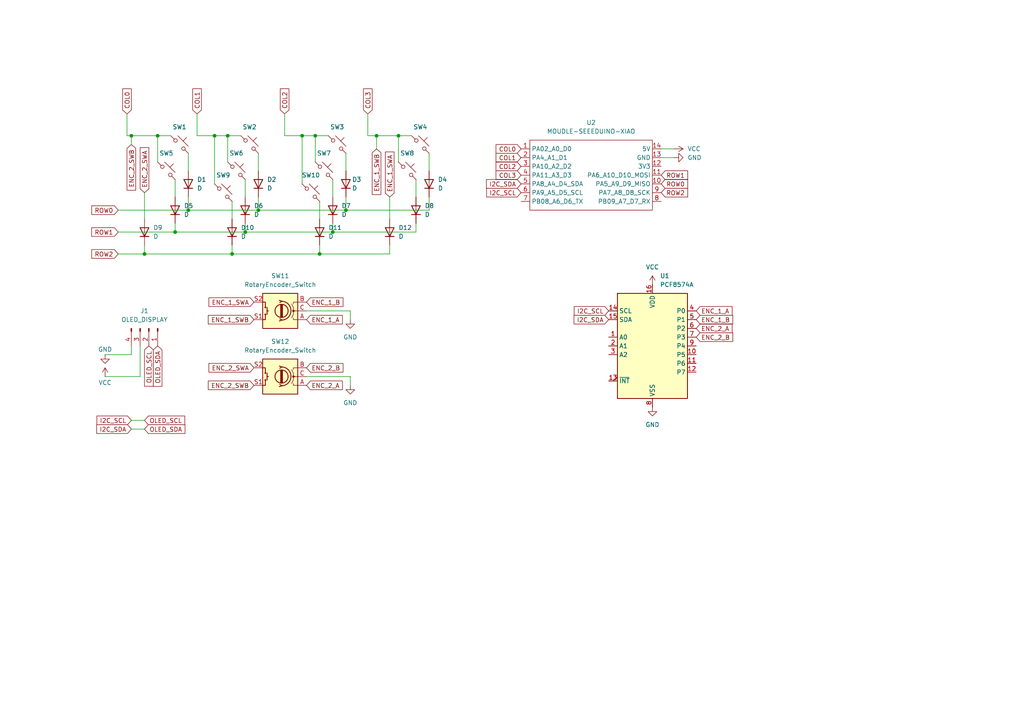
<source format=kicad_sch>
(kicad_sch (version 20231120) (generator "eeschema") (generator_version "8.0")
  (paper "A4")
  (lib_symbols
    (symbol "Connector:Conn_01x04_Pin" (pin_names (offset 1.016) hide)
      (property "Reference" "J" (at 0 5.08 0))
      (property "Value" "Conn_01x04_Pin" (at 0 -7.62 0))
      (symbol "Conn_01x04_Pin_1_1"
        (polyline (pts (xy 1.27 -5.08) (xy 0.8636 -5.08)) (stroke (width 0.1524)))
        (polyline (pts (xy 1.27 -2.54) (xy 0.8636 -2.54)) (stroke (width 0.1524)))
        (polyline (pts (xy 1.27 0) (xy 0.8636 0)) (stroke (width 0.1524)))
        (polyline (pts (xy 1.27 2.54) (xy 0.8636 2.54)) (stroke (width 0.1524)))
        (rectangle (start 0.8636 -4.953) (end 0 -5.207) (stroke (width 0.1524)) (fill (type outline)))
        (rectangle (start 0.8636 -2.413) (end 0 -2.667) (stroke (width 0.1524)) (fill (type outline)))
        (rectangle (start 0.8636 0.127) (end 0 -0.127) (stroke (width 0.1524)) (fill (type outline)))
        (rectangle (start 0.8636 2.667) (end 0 2.413) (stroke (width 0.1524)) (fill (type outline)))
        (pin passive line (at 5.08 2.54 180) (length 3.81) (name "Pin_1") (number "1"))
        (pin passive line (at 5.08 0 180) (length 3.81) (name "Pin_2") (number "2"))
        (pin passive line (at 5.08 -2.54 180) (length 3.81) (name "Pin_3") (number "3"))
        (pin passive line (at 5.08 -5.08 180) (length 3.81) (name "Pin_4") (number "4"))
      )
    )
    (symbol "Device:D" (pin_numbers hide) (pin_names (offset 1.016) hide)
      (property "Reference" "D" (at 0 2.54 0))
      (property "Value" "D" (at 0 -2.54 0))
      (symbol "D_0_1"
        (polyline (pts (xy -1.27 1.27) (xy -1.27 -1.27)) (stroke (width 0.254)))
        (polyline (pts (xy 1.27 0) (xy -1.27 0)))
        (polyline (pts (xy 1.27 1.27) (xy 1.27 -1.27) (xy -1.27 0) (xy 1.27 1.27)) (stroke (width 0.254)))
      )
      (symbol "D_1_1"
        (pin passive line (at -3.81 0 0) (length 2.54) (name "K") (number "1"))
        (pin passive line (at 3.81 0 180) (length 2.54) (name "A") (number "2"))
      )
    )
    (symbol "Device:RotaryEncoder_Switch" (pin_names (offset 0.254) hide)
      (property "Reference" "SW" (at 0 6.604 0))
      (property "Value" "RotaryEncoder_Switch" (at 0 -6.604 0))
      (symbol "RotaryEncoder_Switch_0_1"
        (rectangle (start -5.08 5.08) (end 5.08 -5.08) (stroke (width 0.254)) (fill (type background)))
        (circle (center -3.81 0) (radius 0.254) (fill (type outline)))
        (circle (center -0.381 0) (radius 1.905) (stroke (width 0.254)))
        (arc (start -0.381 2.667) (mid -3.0988 -0.0635) (end -0.381 -2.794) (stroke (width 0.254)))
        (polyline (pts (xy -0.635 -1.778) (xy -0.635 1.778)) (stroke (width 0.254)))
        (polyline (pts (xy -0.381 -1.778) (xy -0.381 1.778)) (stroke (width 0.254)))
        (polyline (pts (xy -0.127 1.778) (xy -0.127 -1.778)) (stroke (width 0.254)))
        (polyline (pts (xy 3.81 0) (xy 3.429 0)) (stroke (width 0.254)))
        (polyline (pts (xy 3.81 1.016) (xy 3.81 -1.016)) (stroke (width 0.254)))
        (polyline (pts (xy -5.08 -2.54) (xy -3.81 -2.54) (xy -3.81 -2.032)))
        (polyline (pts (xy -5.08 2.54) (xy -3.81 2.54) (xy -3.81 2.032)))
        (polyline (pts (xy 0.254 -3.048) (xy -0.508 -2.794) (xy 0.127 -2.413)) (stroke (width 0.254)))
        (polyline (pts (xy 0.254 2.921) (xy -0.508 2.667) (xy 0.127 2.286)) (stroke (width 0.254)))
        (polyline (pts (xy 5.08 -2.54) (xy 4.318 -2.54) (xy 4.318 -1.016)) (stroke (width 0.254)))
        (polyline (pts (xy 5.08 2.54) (xy 4.318 2.54) (xy 4.318 1.016)) (stroke (width 0.254)))
        (polyline (pts (xy -5.08 0) (xy -3.81 0) (xy -3.81 -1.016) (xy -3.302 -2.032)))
        (polyline (pts (xy -4.318 0) (xy -3.81 0) (xy -3.81 1.016) (xy -3.302 2.032)))
        (circle (center 4.318 -1.016) (radius 0.127) (stroke (width 0.254)))
        (circle (center 4.318 1.016) (radius 0.127) (stroke (width 0.254)))
      )
      (symbol "RotaryEncoder_Switch_1_1"
        (pin passive line (at -7.62 2.54 0) (length 2.54) (name "A") (number "A"))
        (pin passive line (at -7.62 -2.54 0) (length 2.54) (name "B") (number "B"))
        (pin passive line (at -7.62 0 0) (length 2.54) (name "C") (number "C"))
        (pin passive line (at 7.62 2.54 180) (length 2.54) (name "S1") (number "S1"))
        (pin passive line (at 7.62 -2.54 180) (length 2.54) (name "S2") (number "S2"))
      )
    )
    (symbol "Interface_Expansion:PCF8574A"
      (property "Reference" "U" (at -8.89 16.51 0))
      (property "Value" "PCF8574A" (at 2.54 16.51 0))
      (symbol "PCF8574A_0_1"
        (rectangle (start -10.16 15.24) (end 10.16 -15.24) (stroke (width 0.254)) (fill (type background)))
      )
      (symbol "PCF8574A_1_1"
        (pin input line (at -12.7 2.54 0) (length 2.54) (name "A0") (number "1"))
        (pin bidirectional line (at 12.7 -2.54 180) (length 2.54) (name "P5") (number "10"))
        (pin bidirectional line (at 12.7 -5.08 180) (length 2.54) (name "P6") (number "11"))
        (pin bidirectional line (at 12.7 -7.62 180) (length 2.54) (name "P7") (number "12"))
        (pin open_collector output_low (at -12.7 -10.16 0) (length 2.54) (name "~{INT}") (number "13"))
        (pin input line (at -12.7 10.16 0) (length 2.54) (name "SCL") (number "14"))
        (pin bidirectional line (at -12.7 7.62 0) (length 2.54) (name "SDA") (number "15"))
        (pin power_in line (at 0 17.78 270) (length 2.54) (name "VDD") (number "16"))
        (pin input line (at -12.7 0 0) (length 2.54) (name "A1") (number "2"))
        (pin input line (at -12.7 -2.54 0) (length 2.54) (name "A2") (number "3"))
        (pin bidirectional line (at 12.7 10.16 180) (length 2.54) (name "P0") (number "4"))
        (pin bidirectional line (at 12.7 7.62 180) (length 2.54) (name "P1") (number "5"))
        (pin bidirectional line (at 12.7 5.08 180) (length 2.54) (name "P2") (number "6"))
        (pin bidirectional line (at 12.7 2.54 180) (length 2.54) (name "P3") (number "7"))
        (pin power_in line (at 0 -17.78 90) (length 2.54) (name "VSS") (number "8"))
        (pin bidirectional line (at 12.7 0 180) (length 2.54) (name "P4") (number "9"))
      )
    )
    (symbol "Switch:SW_Push_45deg" (pin_numbers hide) (pin_names (offset 1.016) hide)
      (property "Reference" "SW" (at 3.048 1.016 0))
      (property "Value" "SW_Push_45deg" (at 0 -3.81 0))
      (symbol "SW_Push_45deg_0_1"
        (circle (center -1.1684 1.1684) (radius 0.508))
        (polyline (pts (xy -0.508 2.54) (xy 2.54 -0.508)))
        (polyline (pts (xy 1.016 1.016) (xy 2.032 2.032)))
        (polyline (pts (xy -2.54 2.54) (xy -1.524 1.524) (xy -1.524 1.524)))
        (polyline (pts (xy 1.524 -1.524) (xy 2.54 -2.54) (xy 2.54 -2.54) (xy 2.54 -2.54)))
        (circle (center 1.143 -1.1938) (radius 0.508))
        (pin passive line (at -2.54 2.54 0) (length 0) (name "1") (number "1"))
        (pin passive line (at 2.54 -2.54 180) (length 0) (name "2") (number "2"))
      )
    )
    (symbol "XIAO_RP2040:MOUDLE-SEEEDUINO-XIAO"
      (property "Reference" "U" (at -16.51 11.43 0))
      (property "Value" "MOUDLE-SEEEDUINO-XIAO" (at -3.81 -11.43 0))
      (symbol "MOUDLE-SEEEDUINO-XIAO_0_1"
        (rectangle (start -16.51 10.16) (end 19.05 -10.16))
      )
      (symbol "MOUDLE-SEEEDUINO-XIAO_1_1"
        (pin passive line (at -19.05 7.62 0) (length 2.54) (name "PA02_A0_D0") (number "1"))
        (pin passive line (at 21.59 -2.54 180) (length 2.54) (name "PA5_A9_D9_MISO") (number "10"))
        (pin passive line (at 21.59 0 180) (length 2.54) (name "PA6_A10_D10_MOSI") (number "11"))
        (pin passive line (at 21.59 2.54 180) (length 2.54) (name "3V3") (number "12"))
        (pin passive line (at 21.59 5.08 180) (length 2.54) (name "GND") (number "13"))
        (pin passive line (at 21.59 7.62 180) (length 2.54) (name "5V") (number "14"))
        (pin passive line (at -19.05 5.08 0) (length 2.54) (name "PA4_A1_D1") (number "2"))
        (pin passive line (at -19.05 2.54 0) (length 2.54) (name "PA10_A2_D2") (number "3"))
        (pin passive line (at -19.05 0 0) (length 2.54) (name "PA11_A3_D3") (number "4"))
        (pin passive line (at -19.05 -2.54 0) (length 2.54) (name "PA8_A4_D4_SDA") (number "5"))
        (pin passive line (at -19.05 -5.08 0) (length 2.54) (name "PA9_A5_D5_SCL") (number "6"))
        (pin passive line (at -19.05 -7.62 0) (length 2.54) (name "PB08_A6_D6_TX") (number "7"))
        (pin passive line (at 21.59 -7.62 180) (length 2.54) (name "PB09_A7_D7_RX") (number "8"))
        (pin passive line (at 21.59 -5.08 180) (length 2.54) (name "PA7_A8_D8_SCK") (number "9"))
      )
    )
    (symbol "power:GND" (power) (pin_numbers hide) (pin_names (offset 0) hide)
      (property "Value" "GND" (at 0 -3.81 0))
      (symbol "GND_0_1"
        (polyline (pts (xy 0 0) (xy 0 -1.27) (xy 1.27 -1.27) (xy 0 -2.54) (xy -1.27 -1.27) (xy 0 -1.27)))
      )
      (symbol "GND_1_1"
        (pin power_in line (at 0 0 270) (length 0) (name "~") (number "1"))
      )
    )
    (symbol "power:VCC" (power) (pin_numbers hide) (pin_names (offset 0) hide)
      (property "Value" "VCC" (at 0 3.556 0))
      (symbol "VCC_0_1"
        (polyline (pts (xy -0.762 1.27) (xy 0 2.54)))
        (polyline (pts (xy 0 0) (xy 0 2.54)))
        (polyline (pts (xy 0 2.54) (xy 0.762 1.27)))
      )
      (symbol "VCC_1_1"
        (pin power_in line (at 0 0 90) (length 0) (name "~") (number "1"))
      )
    )
  )
  (junction (at 66.04 39.37))
  (junction (at 87.63 39.37))
  (junction (at 115.57 39.37))
  (junction (at 91.44 39.37))
  (junction (at 71.12 67.31))
  (junction (at 100.33 60.96))
  (junction (at 74.93 60.96))
  (junction (at 109.22 39.37))
  (junction (at 54.61 60.96))
  (junction (at 41.91 73.66))
  (junction (at 62.23 39.37))
  (junction (at 38.1 39.37))
  (junction (at 67.31 73.66))
  (junction (at 92.71 73.66))
  (junction (at 96.52 67.31))
  (junction (at 45.72 39.37))
  (junction (at 50.8 67.31))
  (wire (pts (xy 92.71 73.66) (xy 113.03 73.66)))
  (wire (pts (xy 91.44 39.37) (xy 95.25 39.37)))
  (wire (pts (xy 74.93 60.96) (xy 100.33 60.96)))
  (wire (pts (xy 54.61 60.96) (xy 74.93 60.96)))
  (wire (pts (xy 45.72 39.37) (xy 45.72 46.99)))
  (wire (pts (xy 71.12 52.07) (xy 71.12 57.15)))
  (wire (pts (xy 54.61 57.15) (xy 54.61 60.96)))
  (wire (pts (xy 101.6 109.22) (xy 101.6 111.76)))
  (wire (pts (xy 109.22 39.37) (xy 106.68 39.37)))
  (wire (pts (xy 50.8 64.77) (xy 50.8 67.31)))
  (wire (pts (xy 71.12 64.77) (xy 71.12 67.31)))
  (wire (pts (xy 88.9 109.22) (xy 101.6 109.22)))
  (wire (pts (xy 113.03 57.15) (xy 113.03 63.5)))
  (wire (pts (xy 191.77 45.72) (xy 195.58 45.72)))
  (wire (pts (xy 41.91 121.92) (xy 38.1 121.92)))
  (wire (pts (xy 67.31 58.42) (xy 67.31 63.5)))
  (wire (pts (xy 113.03 71.12) (xy 113.03 73.66)))
  (wire (pts (xy 30.48 102.87) (xy 38.1 102.87)))
  (wire (pts (xy 120.65 52.07) (xy 120.65 57.15)))
  (wire (pts (xy 38.1 102.87) (xy 38.1 100.33)))
  (wire (pts (xy 96.52 52.07) (xy 96.52 57.15)))
  (wire (pts (xy 41.91 124.46) (xy 38.1 124.46)))
  (wire (pts (xy 38.1 39.37) (xy 36.83 39.37)))
  (wire (pts (xy 191.77 43.18) (xy 195.58 43.18)))
  (wire (pts (xy 109.22 39.37) (xy 115.57 39.37)))
  (wire (pts (xy 41.91 73.66) (xy 41.91 71.12)))
  (wire (pts (xy 96.52 67.31) (xy 120.65 67.31)))
  (wire (pts (xy 66.04 39.37) (xy 62.23 39.37)))
  (wire (pts (xy 69.85 39.37) (xy 66.04 39.37)))
  (wire (pts (xy 66.04 39.37) (xy 66.04 46.99)))
  (wire (pts (xy 30.48 109.22) (xy 40.64 109.22)))
  (wire (pts (xy 38.1 39.37) (xy 38.1 41.91)))
  (wire (pts (xy 115.57 39.37) (xy 115.57 46.99)))
  (wire (pts (xy 41.91 55.88) (xy 41.91 63.5)))
  (wire (pts (xy 91.44 39.37) (xy 91.44 46.99)))
  (wire (pts (xy 67.31 73.66) (xy 92.71 73.66)))
  (wire (pts (xy 96.52 64.77) (xy 96.52 67.31)))
  (wire (pts (xy 109.22 43.18) (xy 109.22 39.37)))
  (wire (pts (xy 50.8 52.07) (xy 50.8 57.15)))
  (wire (pts (xy 100.33 44.45) (xy 100.33 49.53)))
  (wire (pts (xy 57.15 39.37) (xy 62.23 39.37)))
  (wire (pts (xy 36.83 39.37) (xy 36.83 33.02)))
  (wire (pts (xy 54.61 44.45) (xy 54.61 49.53)))
  (wire (pts (xy 74.93 57.15) (xy 74.93 60.96)))
  (wire (pts (xy 124.46 57.15) (xy 124.46 60.96)))
  (wire (pts (xy 82.55 39.37) (xy 87.63 39.37)))
  (wire (pts (xy 101.6 90.17) (xy 101.6 92.71)))
  (wire (pts (xy 106.68 39.37) (xy 106.68 33.02)))
  (wire (pts (xy 100.33 60.96) (xy 124.46 60.96)))
  (wire (pts (xy 38.1 39.37) (xy 45.72 39.37)))
  (wire (pts (xy 71.12 67.31) (xy 96.52 67.31)))
  (wire (pts (xy 120.65 64.77) (xy 120.65 67.31)))
  (wire (pts (xy 34.29 73.66) (xy 41.91 73.66)))
  (wire (pts (xy 115.57 39.37) (xy 119.38 39.37)))
  (wire (pts (xy 54.61 60.96) (xy 34.29 60.96)))
  (wire (pts (xy 124.46 44.45) (xy 124.46 49.53)))
  (wire (pts (xy 100.33 57.15) (xy 100.33 60.96)))
  (wire (pts (xy 62.23 39.37) (xy 62.23 53.34)))
  (wire (pts (xy 82.55 39.37) (xy 82.55 33.02)))
  (wire (pts (xy 88.9 90.17) (xy 101.6 90.17)))
  (wire (pts (xy 87.63 39.37) (xy 87.63 53.34)))
  (wire (pts (xy 41.91 73.66) (xy 67.31 73.66)))
  (wire (pts (xy 92.71 73.66) (xy 92.71 71.12)))
  (wire (pts (xy 67.31 73.66) (xy 67.31 71.12)))
  (wire (pts (xy 34.29 67.31) (xy 50.8 67.31)))
  (wire (pts (xy 50.8 67.31) (xy 71.12 67.31)))
  (wire (pts (xy 40.64 109.22) (xy 40.64 100.33)))
  (wire (pts (xy 74.93 44.45) (xy 74.93 49.53)))
  (wire (pts (xy 87.63 39.37) (xy 91.44 39.37)))
  (wire (pts (xy 92.71 58.42) (xy 92.71 63.5)))
  (wire (pts (xy 57.15 39.37) (xy 57.15 33.02)))
  (wire (pts (xy 45.72 39.37) (xy 49.53 39.37)))
  (global_label "ROW0" (shape input) (at 191.77 53.34 0) (property "Intersheetrefs" "${INTERSHEET_REFS}" (effects (hide yes))))
  (global_label "ENC_1_A" (shape input) (at 201.93 90.17 0) (property "Intersheetrefs" "${INTERSHEET_REFS}" (effects (hide yes))))
  (global_label "ROW2" (shape input) (at 34.29 73.66 180) (property "Intersheetrefs" "${INTERSHEET_REFS}" (effects (hide yes))))
  (global_label "COL2" (shape input) (at 151.13 48.26 180) (property "Intersheetrefs" "${INTERSHEET_REFS}" (effects (hide yes))))
  (global_label "ENC_1_SWA" (shape input) (at 73.66 87.63 180) (property "Intersheetrefs" "${INTERSHEET_REFS}" (effects (hide yes))))
  (global_label "ENC_2_SWB" (shape input) (at 73.66 111.76 180) (property "Intersheetrefs" "${INTERSHEET_REFS}" (effects (hide yes))))
  (global_label "OLED_SCL" (shape input) (at 43.18 100.33 270) (property "Intersheetrefs" "${INTERSHEET_REFS}" (effects (hide yes))))
  (global_label "OLED_SCL" (shape input) (at 41.91 121.92 0) (property "Intersheetrefs" "${INTERSHEET_REFS}" (effects (hide yes))))
  (global_label "I2C_SCL" (shape input) (at 176.53 90.17 180) (property "Intersheetrefs" "${INTERSHEET_REFS}" (effects (hide yes))))
  (global_label "ENC_1_SWA" (shape input) (at 113.03 57.15 90) (property "Intersheetrefs" "${INTERSHEET_REFS}" (effects (hide yes))))
  (global_label "I2C_SCL" (shape input) (at 151.13 55.88 180) (property "Intersheetrefs" "${INTERSHEET_REFS}" (effects (hide yes))))
  (global_label "ENC_1_B" (shape input) (at 201.93 92.71 0) (property "Intersheetrefs" "${INTERSHEET_REFS}" (effects (hide yes))))
  (global_label "ENC_2_B" (shape input) (at 201.93 97.79 0) (property "Intersheetrefs" "${INTERSHEET_REFS}" (effects (hide yes))))
  (global_label "ENC_2_B" (shape input) (at 88.9 106.68 0) (property "Intersheetrefs" "${INTERSHEET_REFS}" (effects (hide yes))))
  (global_label "OLED_SDA" (shape input) (at 45.72 100.33 270) (property "Intersheetrefs" "${INTERSHEET_REFS}" (effects (hide yes))))
  (global_label "I2C_SDA" (shape input) (at 176.53 92.71 180) (property "Intersheetrefs" "${INTERSHEET_REFS}" (effects (hide yes))))
  (global_label "ENC_2_A" (shape input) (at 88.9 111.76 0) (property "Intersheetrefs" "${INTERSHEET_REFS}" (effects (hide yes))))
  (global_label "ENC_2_A" (shape input) (at 201.93 95.25 0) (property "Intersheetrefs" "${INTERSHEET_REFS}" (effects (hide yes))))
  (global_label "COL3" (shape input) (at 106.68 33.02 90) (property "Intersheetrefs" "${INTERSHEET_REFS}" (effects (hide yes))))
  (global_label "ENC_1_SWB" (shape input) (at 109.22 43.18 270) (property "Intersheetrefs" "${INTERSHEET_REFS}" (effects (hide yes))))
  (global_label "COL0" (shape input) (at 151.13 43.18 180) (property "Intersheetrefs" "${INTERSHEET_REFS}" (effects (hide yes))))
  (global_label "COL1" (shape input) (at 151.13 45.72 180) (property "Intersheetrefs" "${INTERSHEET_REFS}" (effects (hide yes))))
  (global_label "I2C_SDA" (shape input) (at 151.13 53.34 180) (property "Intersheetrefs" "${INTERSHEET_REFS}" (effects (hide yes))))
  (global_label "COL1" (shape input) (at 57.15 33.02 90) (property "Intersheetrefs" "${INTERSHEET_REFS}" (effects (hide yes))))
  (global_label "ENC_1_SWB" (shape input) (at 73.66 92.71 180) (property "Intersheetrefs" "${INTERSHEET_REFS}" (effects (hide yes))))
  (global_label "ROW1" (shape input) (at 191.77 50.8 0) (property "Intersheetrefs" "${INTERSHEET_REFS}" (effects (hide yes))))
  (global_label "I2C_SDA" (shape input) (at 38.1 124.46 180) (property "Intersheetrefs" "${INTERSHEET_REFS}" (effects (hide yes))))
  (global_label "ROW0" (shape input) (at 34.29 60.96 180) (property "Intersheetrefs" "${INTERSHEET_REFS}" (effects (hide yes))))
  (global_label "ROW2" (shape input) (at 191.77 55.88 0) (property "Intersheetrefs" "${INTERSHEET_REFS}" (effects (hide yes))))
  (global_label "ENC_1_A" (shape input) (at 88.9 92.71 0) (property "Intersheetrefs" "${INTERSHEET_REFS}" (effects (hide yes))))
  (global_label "ROW1" (shape input) (at 34.29 67.31 180) (property "Intersheetrefs" "${INTERSHEET_REFS}" (effects (hide yes))))
  (global_label "ENC_2_SWB" (shape input) (at 38.1 41.91 270) (property "Intersheetrefs" "${INTERSHEET_REFS}" (effects (hide yes))))
  (global_label "COL0" (shape input) (at 36.83 33.02 90) (property "Intersheetrefs" "${INTERSHEET_REFS}" (effects (hide yes))))
  (global_label "COL2" (shape input) (at 82.55 33.02 90) (property "Intersheetrefs" "${INTERSHEET_REFS}" (effects (hide yes))))
  (global_label "COL3" (shape input) (at 151.13 50.8 180) (property "Intersheetrefs" "${INTERSHEET_REFS}" (effects (hide yes))))
  (global_label "I2C_SCL" (shape input) (at 38.1 121.92 180) (property "Intersheetrefs" "${INTERSHEET_REFS}" (effects (hide yes))))
  (global_label "ENC_2_SWA" (shape input) (at 73.66 106.68 180) (property "Intersheetrefs" "${INTERSHEET_REFS}" (effects (hide yes))))
  (global_label "ENC_2_SWA" (shape input) (at 41.91 55.88 90) (property "Intersheetrefs" "${INTERSHEET_REFS}" (effects (hide yes))))
  (global_label "OLED_SDA" (shape input) (at 41.91 124.46 0) (property "Intersheetrefs" "${INTERSHEET_REFS}" (effects (hide yes))))
  (global_label "ENC_1_B" (shape input) (at 88.9 87.63 0) (property "Intersheetrefs" "${INTERSHEET_REFS}" (effects (hide yes))))
  (symbol (lib_id "Device:D") (at 120.65 60.96 90) (unit 1)
    (property "Reference" "D8" (at 123.19 59.6899 90) (effects (justify right)))
    (property "Value" "D" (at 123.19 62.2299 90) (effects (justify right)))
    (property "Footprint" "Diode_THT:D_DO-35_SOD27_P7.62mm_Horizontal" (effects (hide yes)))
    (property "Description" "Diode" (effects (hide yes)))
    (property "Sim.Device" "D" (effects (hide yes)))
    (property "Sim.Pins" "1=K 2=A" (effects (hide yes)))
  )
  (symbol (lib_id "Switch:SW_Push_45deg") (at 68.58 49.53 0) (unit 1)
    (property "Reference" "SW6" (at 68.58 44.45 0))
    (property "Value" "SW_Push_45deg" (effects (hide yes)))
    (property "Footprint" "MX_Solderable:MX-Solderable-1U" (effects (hide yes)))
    (property "Description" "Push button switch, normally open, two pins, 45° tilted" (effects (hide yes)))
  )
  (symbol (lib_id "Switch:SW_Push_45deg") (at 93.98 49.53 0) (unit 1)
    (property "Reference" "SW7" (at 93.98 44.45 0))
    (property "Value" "SW_Push_45deg" (effects (hide yes)))
    (property "Footprint" "MX_Solderable:MX-Solderable-1U" (effects (hide yes)))
    (property "Description" "Push button switch, normally open, two pins, 45° tilted" (effects (hide yes)))
  )
  (symbol (lib_id "Device:D") (at 67.31 67.31 90) (unit 1)
    (property "Reference" "D10" (at 69.85 66.0399 90) (effects (justify right)))
    (property "Value" "D" (at 69.85 68.5799 90) (effects (justify right)))
    (property "Footprint" "Diode_THT:D_DO-35_SOD27_P7.62mm_Horizontal" (effects (hide yes)))
    (property "Description" "Diode" (effects (hide yes)))
    (property "Sim.Device" "D" (effects (hide yes)))
    (property "Sim.Pins" "1=K 2=A" (effects (hide yes)))
  )
  (symbol (lib_id "XIAO_RP2040:MOUDLE-SEEEDUINO-XIAO") (at 170.18 50.8 0) (unit 1)
    (property "Reference" "U2" (at 171.45 35.56 0))
    (property "Value" "MOUDLE-SEEEDUINO-XIAO" (at 171.45 38.1 0))
  )
  (symbol (lib_id "power:GND") (at 189.23 118.11 0) (unit 1)
    (property "Reference" "#PWR08" (effects (hide yes)))
    (property "Value" "GND" (at 189.23 123.19 0))
    (property "Description" "Power symbol creates a global label with name \"GND\" , ground" (effects (hide yes)))
  )
  (symbol (lib_id "power:GND") (at 101.6 92.71 0) (unit 1)
    (property "Reference" "#PWR02" (effects (hide yes)))
    (property "Value" "GND" (at 101.6 97.79 0))
    (property "Description" "Power symbol creates a global label with name \"GND\" , ground" (effects (hide yes)))
  )
  (symbol (lib_id "power:GND") (at 101.6 111.76 0) (unit 1)
    (property "Reference" "#PWR03" (effects (hide yes)))
    (property "Value" "GND" (at 101.6 116.84 0))
    (property "Description" "Power symbol creates a global label with name \"GND\" , ground" (effects (hide yes)))
  )
  (symbol (lib_id "power:VCC") (at 195.58 43.18 270) (unit 1)
    (property "Reference" "#PWR06" (effects (hide yes)))
    (property "Value" "VCC" (at 199.39 43.1799 90) (effects (justify left)))
    (property "Description" "Power symbol creates a global label with name \"VCC\"" (effects (hide yes)))
  )
  (symbol (lib_id "Device:D") (at 71.12 60.96 90) (unit 1)
    (property "Reference" "D6" (at 73.66 59.6899 90) (effects (justify right)))
    (property "Value" "D" (at 73.66 62.2299 90) (effects (justify right)))
    (property "Footprint" "Diode_THT:D_DO-35_SOD27_P7.62mm_Horizontal" (effects (hide yes)))
    (property "Description" "Diode" (effects (hide yes)))
    (property "Sim.Device" "D" (effects (hide yes)))
    (property "Sim.Pins" "1=K 2=A" (effects (hide yes)))
  )
  (symbol (lib_id "Switch:SW_Push_45deg") (at 121.92 41.91 0) (unit 1)
    (property "Reference" "SW4" (at 121.92 36.83 0))
    (property "Value" "SW_Push_45deg" (effects (hide yes)))
    (property "Footprint" "MX_Solderable:MX-Solderable-1U" (effects (hide yes)))
    (property "Description" "Push button switch, normally open, two pins, 45° tilted" (effects (hide yes)))
  )
  (symbol (lib_id "Switch:SW_Push_45deg") (at 97.79 41.91 0) (unit 1)
    (property "Reference" "SW3" (at 97.79 36.83 0))
    (property "Value" "SW_Push_45deg" (effects (hide yes)))
    (property "Footprint" "MX_Solderable:MX-Solderable-1U" (effects (hide yes)))
    (property "Description" "Push button switch, normally open, two pins, 45° tilted" (effects (hide yes)))
  )
  (symbol (lib_id "Device:D") (at 92.71 67.31 90) (unit 1)
    (property "Reference" "D11" (at 95.25 66.0399 90) (effects (justify right)))
    (property "Value" "D" (at 95.25 68.5799 90) (effects (justify right)))
    (property "Footprint" "Diode_THT:D_DO-35_SOD27_P7.62mm_Horizontal" (effects (hide yes)))
    (property "Description" "Diode" (effects (hide yes)))
    (property "Sim.Device" "D" (effects (hide yes)))
    (property "Sim.Pins" "1=K 2=A" (effects (hide yes)))
  )
  (symbol (lib_id "Device:RotaryEncoder_Switch") (at 81.28 90.17 180) (unit 1)
    (property "Reference" "SW11" (at 81.28 80.01 0))
    (property "Value" "RotaryEncoder_Switch" (at 81.28 82.55 0))
    (property "Footprint" "Rotary_Encoder:RotaryEncoder_Alps_EC11E-Switch_Vertical_H20mm" (effects (hide yes)))
    (property "Description" "Rotary encoder, dual channel, incremental quadrate outputs, with switch" (effects (hide yes)))
  )
  (symbol (lib_id "Device:D") (at 54.61 53.34 90) (unit 1)
    (property "Reference" "D1" (at 57.15 52.0699 90) (effects (justify right)))
    (property "Value" "D" (at 57.15 54.6099 90) (effects (justify right)))
    (property "Footprint" "Diode_THT:D_DO-35_SOD27_P7.62mm_Horizontal" (effects (hide yes)))
    (property "Description" "Diode" (effects (hide yes)))
    (property "Sim.Device" "D" (effects (hide yes)))
    (property "Sim.Pins" "1=K 2=A" (effects (hide yes)))
  )
  (symbol (lib_id "power:VCC") (at 30.48 109.22 0) (unit 1)
    (property "Reference" "#PWR05" (effects (hide yes)))
    (property "Value" "VCC" (at 30.48 110.998 0))
    (property "Description" "Power symbol creates a global label with name \"VCC\"" (effects (hide yes)))
  )
  (symbol (lib_id "Switch:SW_Push_45deg") (at 72.39 41.91 0) (unit 1)
    (property "Reference" "SW2" (at 72.39 36.83 0))
    (property "Value" "SW_Push_45deg" (effects (hide yes)))
    (property "Footprint" "MX_Solderable:MX-Solderable-1U" (effects (hide yes)))
    (property "Description" "Push button switch, normally open, two pins, 45° tilted" (effects (hide yes)))
  )
  (symbol (lib_id "Device:D") (at 74.93 53.34 90) (unit 1)
    (property "Reference" "D2" (at 77.47 52.0699 90) (effects (justify right)))
    (property "Value" "D" (at 77.47 54.6099 90) (effects (justify right)))
    (property "Footprint" "Diode_THT:D_DO-35_SOD27_P7.62mm_Horizontal" (effects (hide yes)))
    (property "Description" "Diode" (effects (hide yes)))
    (property "Sim.Device" "D" (effects (hide yes)))
    (property "Sim.Pins" "1=K 2=A" (effects (hide yes)))
  )
  (symbol (lib_id "power:VCC") (at 189.23 82.55 0) (unit 1)
    (property "Reference" "#PWR07" (effects (hide yes)))
    (property "Value" "VCC" (at 189.23 77.47 0))
    (property "Description" "Power symbol creates a global label with name \"VCC\"" (effects (hide yes)))
  )
  (symbol (lib_id "Device:RotaryEncoder_Switch") (at 81.28 109.22 180) (unit 1)
    (property "Reference" "SW12" (at 81.28 99.06 0))
    (property "Value" "RotaryEncoder_Switch" (at 81.28 101.6 0))
    (property "Footprint" "Rotary_Encoder:RotaryEncoder_Alps_EC11E-Switch_Vertical_H20mm" (effects (hide yes)))
    (property "Description" "Rotary encoder, dual channel, incremental quadrate outputs, with switch" (effects (hide yes)))
  )
  (symbol (lib_id "power:GND") (at 195.58 45.72 90) (unit 1)
    (property "Reference" "#PWR01" (effects (hide yes)))
    (property "Value" "GND" (at 199.39 45.7199 90) (effects (justify right)))
    (property "Description" "Power symbol creates a global label with name \"GND\" , ground" (effects (hide yes)))
  )
  (symbol (lib_id "Switch:SW_Push_45deg") (at 118.11 49.53 0) (unit 1)
    (property "Reference" "SW8" (at 118.11 44.45 0))
    (property "Value" "SW_Push_45deg" (effects (hide yes)))
    (property "Footprint" "MX_Solderable:MX-Solderable-1U" (effects (hide yes)))
    (property "Description" "Push button switch, normally open, two pins, 45° tilted" (effects (hide yes)))
  )
  (symbol (lib_id "Switch:SW_Push_45deg") (at 52.07 41.91 0) (unit 1)
    (property "Reference" "SW1" (at 52.07 36.83 0))
    (property "Value" "SW_Push_45deg" (effects (hide yes)))
    (property "Footprint" "MX_Solderable:MX-Solderable-1U" (effects (hide yes)))
    (property "Description" "Push button switch, normally open, two pins, 45° tilted" (effects (hide yes)))
  )
  (symbol (lib_id "Device:D") (at 124.46 53.34 90) (unit 1)
    (property "Reference" "D4" (at 127 52.0699 90) (effects (justify right)))
    (property "Value" "D" (at 127 54.6099 90) (effects (justify right)))
    (property "Footprint" "Diode_THT:D_DO-35_SOD27_P7.62mm_Horizontal" (effects (hide yes)))
    (property "Description" "Diode" (effects (hide yes)))
    (property "Sim.Device" "D" (effects (hide yes)))
    (property "Sim.Pins" "1=K 2=A" (effects (hide yes)))
  )
  (symbol (lib_id "Device:D") (at 96.52 60.96 90) (unit 1)
    (property "Reference" "D7" (at 99.06 59.6899 90) (effects (justify right)))
    (property "Value" "D" (at 99.06 62.2299 90) (effects (justify right)))
    (property "Footprint" "Diode_THT:D_DO-35_SOD27_P7.62mm_Horizontal" (effects (hide yes)))
    (property "Description" "Diode" (effects (hide yes)))
    (property "Sim.Device" "D" (effects (hide yes)))
    (property "Sim.Pins" "1=K 2=A" (effects (hide yes)))
  )
  (symbol (lib_id "Switch:SW_Push_45deg") (at 64.77 55.88 0) (unit 1)
    (property "Reference" "SW9" (at 64.77 50.8 0))
    (property "Value" "SW_Push_45deg" (effects (hide yes)))
    (property "Footprint" "MX_Solderable:MX-Solderable-1U" (effects (hide yes)))
    (property "Description" "Push button switch, normally open, two pins, 45° tilted" (effects (hide yes)))
  )
  (symbol (lib_id "Switch:SW_Push_45deg") (at 48.26 49.53 0) (unit 1)
    (property "Reference" "SW5" (at 48.26 44.45 0))
    (property "Value" "SW_Push_45deg" (effects (hide yes)))
    (property "Footprint" "MX_Solderable:MX-Solderable-1U" (effects (hide yes)))
    (property "Description" "Push button switch, normally open, two pins, 45° tilted" (effects (hide yes)))
  )
  (symbol (lib_id "Connector:Conn_01x04_Pin") (at 43.18 95.25 270) (unit 1)
    (property "Reference" "J1" (at 41.91 90.17 90))
    (property "Value" "OLED_DISPLAY" (at 41.91 92.71 90))
    (property "Footprint" "Connector_PinHeader_2.54mm:PinHeader_1x04_P2.54mm_Vertical" (effects (hide yes)))
    (property "Description" "Generic connector, single row, 01x04, script generated" (effects (hide yes)))
  )
  (symbol (lib_id "Switch:SW_Push_45deg") (at 90.17 55.88 0) (unit 1)
    (property "Reference" "SW10" (at 90.17 50.8 0))
    (property "Value" "SW_Push_45deg" (effects (hide yes)))
    (property "Footprint" "MX_Solderable:MX-Solderable-1U" (effects (hide yes)))
    (property "Description" "Push button switch, normally open, two pins, 45° tilted" (effects (hide yes)))
  )
  (symbol (lib_id "Interface_Expansion:PCF8574A") (at 189.23 100.33 0) (unit 1)
    (property "Reference" "U1" (at 191.4241 80.01 0) (effects (justify left)))
    (property "Value" "PCF8574A" (at 191.4241 82.55 0) (effects (justify left)))
    (property "Datasheet" "http://www.nxp.com/docs/en/data-sheet/PCF8574_PCF8574A.pdf" (effects (hide yes)))
    (property "Description" "8 Bit Port/Expander to I2C Bus, DIP/SOIC-16" (effects (hide yes)))
  )
  (symbol (lib_id "power:GND") (at 30.48 102.87 0) (unit 1)
    (property "Reference" "#PWR04" (effects (hide yes)))
    (property "Value" "GND" (at 30.48 101.346 0))
    (property "Description" "Power symbol creates a global label with name \"GND\" , ground" (effects (hide yes)))
  )
  (symbol (lib_id "Device:D") (at 41.91 67.31 90) (unit 1)
    (property "Reference" "D9" (at 44.45 66.0399 90) (effects (justify right)))
    (property "Value" "D" (at 44.45 68.5799 90) (effects (justify right)))
    (property "Footprint" "Diode_THT:D_DO-35_SOD27_P7.62mm_Horizontal" (effects (hide yes)))
    (property "Description" "Diode" (effects (hide yes)))
    (property "Sim.Device" "D" (effects (hide yes)))
    (property "Sim.Pins" "1=K 2=A" (effects (hide yes)))
  )
  (symbol (lib_id "Device:D") (at 50.8 60.96 90) (unit 1)
    (property "Reference" "D5" (at 53.34 59.6899 90) (effects (justify right)))
    (property "Value" "D" (at 53.34 62.2299 90) (effects (justify right)))
    (property "Footprint" "Diode_THT:D_DO-35_SOD27_P7.62mm_Horizontal" (effects (hide yes)))
    (property "Description" "Diode" (effects (hide yes)))
    (property "Sim.Device" "D" (effects (hide yes)))
    (property "Sim.Pins" "1=K 2=A" (effects (hide yes)))
  )
  (symbol (lib_id "Device:D") (at 100.33 53.34 90) (unit 1)
    (property "Reference" "D3" (at 102.108 52.07 90) (effects (justify right)))
    (property "Value" "D" (at 102.108 54.61 90) (effects (justify right)))
    (property "Footprint" "Diode_THT:D_DO-35_SOD27_P7.62mm_Horizontal" (effects (hide yes)))
    (property "Description" "Diode" (effects (hide yes)))
    (property "Sim.Device" "D" (effects (hide yes)))
    (property "Sim.Pins" "1=K 2=A" (effects (hide yes)))
  )
  (symbol (lib_id "Device:D") (at 113.03 67.31 90) (unit 1)
    (property "Reference" "D12" (at 115.57 66.0399 90) (effects (justify right)))
    (property "Value" "D" (at 115.57 68.5799 90) (effects (justify right)))
    (property "Footprint" "Diode_THT:D_DO-35_SOD27_P7.62mm_Horizontal" (effects (hide yes)))
    (property "Description" "Diode" (effects (hide yes)))
    (property "Sim.Device" "D" (effects (hide yes)))
    (property "Sim.Pins" "1=K 2=A" (effects (hide yes)))
  )
)
</source>
